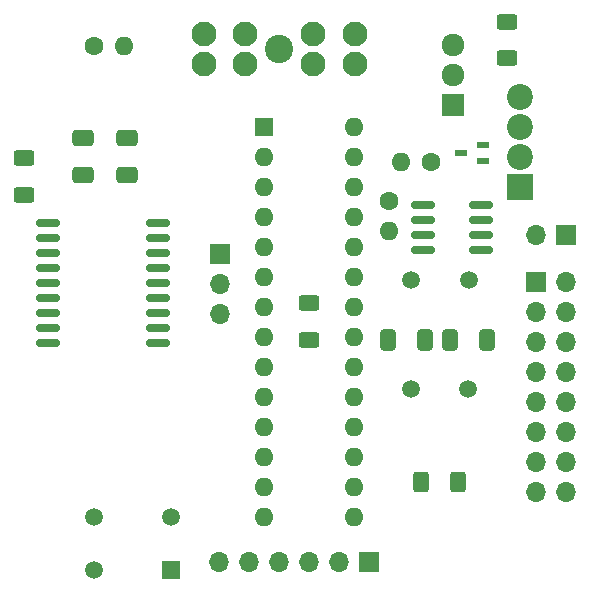
<source format=gbr>
%TF.GenerationSoftware,KiCad,Pcbnew,8.0.1-rc1*%
%TF.CreationDate,2024-04-11T19:34:16-07:00*%
%TF.ProjectId,Automotive Monitoring System CANBus Sensor,4175746f-6d6f-4746-9976-65204d6f6e69,rev?*%
%TF.SameCoordinates,Original*%
%TF.FileFunction,Soldermask,Bot*%
%TF.FilePolarity,Negative*%
%FSLAX46Y46*%
G04 Gerber Fmt 4.6, Leading zero omitted, Abs format (unit mm)*
G04 Created by KiCad (PCBNEW 8.0.1-rc1) date 2024-04-11 19:34:16*
%MOMM*%
%LPD*%
G01*
G04 APERTURE LIST*
G04 Aperture macros list*
%AMRoundRect*
0 Rectangle with rounded corners*
0 $1 Rounding radius*
0 $2 $3 $4 $5 $6 $7 $8 $9 X,Y pos of 4 corners*
0 Add a 4 corners polygon primitive as box body*
4,1,4,$2,$3,$4,$5,$6,$7,$8,$9,$2,$3,0*
0 Add four circle primitives for the rounded corners*
1,1,$1+$1,$2,$3*
1,1,$1+$1,$4,$5*
1,1,$1+$1,$6,$7*
1,1,$1+$1,$8,$9*
0 Add four rect primitives between the rounded corners*
20,1,$1+$1,$2,$3,$4,$5,0*
20,1,$1+$1,$4,$5,$6,$7,0*
20,1,$1+$1,$6,$7,$8,$9,0*
20,1,$1+$1,$8,$9,$2,$3,0*%
G04 Aperture macros list end*
%ADD10R,1.700000X1.700000*%
%ADD11O,1.700000X1.700000*%
%ADD12C,1.600000*%
%ADD13O,1.600000X1.600000*%
%ADD14C,2.400000*%
%ADD15C,2.100000*%
%ADD16R,2.200000X2.200000*%
%ADD17C,2.200000*%
%ADD18R,1.920000X1.920000*%
%ADD19C,1.920000*%
%ADD20C,1.500000*%
%ADD21R,1.500000X1.500000*%
%ADD22R,1.600000X1.600000*%
%ADD23RoundRect,0.250000X-0.412500X-0.650000X0.412500X-0.650000X0.412500X0.650000X-0.412500X0.650000X0*%
%ADD24RoundRect,0.150000X0.875000X0.150000X-0.875000X0.150000X-0.875000X-0.150000X0.875000X-0.150000X0*%
%ADD25RoundRect,0.250000X0.400000X0.625000X-0.400000X0.625000X-0.400000X-0.625000X0.400000X-0.625000X0*%
%ADD26RoundRect,0.250000X-0.650000X0.412500X-0.650000X-0.412500X0.650000X-0.412500X0.650000X0.412500X0*%
%ADD27RoundRect,0.150000X0.825000X0.150000X-0.825000X0.150000X-0.825000X-0.150000X0.825000X-0.150000X0*%
%ADD28RoundRect,0.250000X0.625000X-0.400000X0.625000X0.400000X-0.625000X0.400000X-0.625000X-0.400000X0*%
%ADD29RoundRect,0.250000X-0.625000X0.400000X-0.625000X-0.400000X0.625000X-0.400000X0.625000X0.400000X0*%
%ADD30R,1.000000X0.550000*%
%ADD31RoundRect,0.250000X0.412500X0.650000X-0.412500X0.650000X-0.412500X-0.650000X0.412500X-0.650000X0*%
G04 APERTURE END LIST*
D10*
%TO.C,J6*%
X145670700Y-73750200D03*
D11*
X148210700Y-73750200D03*
X145670700Y-76290200D03*
X148210700Y-76290200D03*
X145670700Y-78830200D03*
X148210700Y-78830200D03*
X145670700Y-81370200D03*
X148210700Y-81370200D03*
X145670700Y-83910200D03*
X148210700Y-83910200D03*
X145670700Y-86450200D03*
X148210700Y-86450200D03*
X145670700Y-88990200D03*
X148210700Y-88990200D03*
X145670700Y-91530200D03*
X148210700Y-91530200D03*
%TD*%
D12*
%TO.C,R4*%
X133212700Y-66876100D03*
D13*
X133212700Y-69416100D03*
%TD*%
D12*
%TO.C,NTC1*%
X108245700Y-53800500D03*
D13*
X110785700Y-53800500D03*
%TD*%
D12*
%TO.C,R6*%
X136841000Y-63583500D03*
D13*
X134301000Y-63583500D03*
%TD*%
D10*
%TO.C,Powerboard1*%
X118946900Y-71348200D03*
D11*
X118946900Y-73888200D03*
X118946900Y-76428200D03*
%TD*%
D10*
%TO.C,J4*%
X148277500Y-69805300D03*
D11*
X145737500Y-69805300D03*
%TD*%
D14*
%TO.C,U2*%
X123954300Y-54040900D03*
D15*
X117554300Y-55290900D03*
X121054300Y-55290900D03*
X126854300Y-55290900D03*
X130354300Y-55290900D03*
X130354300Y-52790900D03*
X126854300Y-52790900D03*
X121054300Y-52790900D03*
X117554300Y-52790900D03*
%TD*%
D16*
%TO.C,J5*%
X144337900Y-65725000D03*
D17*
X144337900Y-63185000D03*
X144337900Y-60645000D03*
X144337900Y-58105000D03*
%TD*%
D18*
%TO.C,Q1*%
X138691700Y-58745000D03*
D19*
X138691700Y-56205000D03*
X138691700Y-53665000D03*
%TD*%
D10*
%TO.C,J2*%
X131583000Y-97472600D03*
D11*
X129043000Y-97472600D03*
X126503000Y-97472600D03*
X123963000Y-97472600D03*
X121423000Y-97472600D03*
X118883000Y-97472600D03*
%TD*%
D20*
%TO.C,Y2*%
X135124800Y-73536500D03*
X140004800Y-73536500D03*
%TD*%
D21*
%TO.C,Reset1*%
X114764200Y-98131600D03*
D20*
X108264200Y-98131600D03*
X114764200Y-93631600D03*
X108264200Y-93631600D03*
%TD*%
%TO.C,Y1*%
X135099900Y-82790900D03*
X139979900Y-82790900D03*
%TD*%
D22*
%TO.C,U1*%
X122659400Y-60606700D03*
D13*
X122659400Y-63146700D03*
X122659400Y-65686700D03*
X122659400Y-68226700D03*
X122659400Y-70766700D03*
X122659400Y-73306700D03*
X122659400Y-75846700D03*
X122659400Y-78386700D03*
X122659400Y-80926700D03*
X122659400Y-83466700D03*
X122659400Y-86006700D03*
X122659400Y-88546700D03*
X122659400Y-91086700D03*
X122659400Y-93626700D03*
X130279400Y-93626700D03*
X130279400Y-91086700D03*
X130279400Y-88546700D03*
X130279400Y-86006700D03*
X130279400Y-83466700D03*
X130279400Y-80926700D03*
X130279400Y-78386700D03*
X130279400Y-75846700D03*
X130279400Y-73306700D03*
X130279400Y-70766700D03*
X130279400Y-68226700D03*
X130279400Y-65686700D03*
X130279400Y-63146700D03*
X130279400Y-60606700D03*
%TD*%
D23*
%TO.C,C2*%
X133194600Y-78621200D03*
X136319600Y-78621200D03*
%TD*%
D24*
%TO.C,U4*%
X113704600Y-68738400D03*
X113704600Y-70008400D03*
X113704600Y-71278400D03*
X113704600Y-72548400D03*
X113704600Y-73818400D03*
X113704600Y-75088400D03*
X113704600Y-76358400D03*
X113704600Y-77628400D03*
X113704600Y-78898400D03*
X104404600Y-78898400D03*
X104404600Y-77628400D03*
X104404600Y-76358400D03*
X104404600Y-75088400D03*
X104404600Y-73818400D03*
X104404600Y-72548400D03*
X104404600Y-71278400D03*
X104404600Y-70008400D03*
X104404600Y-68738400D03*
%TD*%
D25*
%TO.C,R1*%
X139093300Y-90662100D03*
X135993300Y-90662100D03*
%TD*%
D26*
%TO.C,C4*%
X107355700Y-61594400D03*
X107355700Y-64719400D03*
%TD*%
D27*
%TO.C,U3*%
X141050300Y-67195000D03*
X141050300Y-68465000D03*
X141050300Y-69735000D03*
X141050300Y-71005000D03*
X136100300Y-71005000D03*
X136100300Y-69735000D03*
X136100300Y-68465000D03*
X136100300Y-67195000D03*
%TD*%
D28*
%TO.C,R5*%
X102382900Y-66361600D03*
X102382900Y-63261600D03*
%TD*%
%TO.C,R3*%
X126459400Y-78656700D03*
X126459400Y-75556700D03*
%TD*%
D29*
%TO.C,R2*%
X143201100Y-51703000D03*
X143201100Y-54803000D03*
%TD*%
D26*
%TO.C,C5*%
X111102700Y-61520500D03*
X111102700Y-64645500D03*
%TD*%
D30*
%TO.C,D1*%
X141219800Y-62184400D03*
X141219800Y-63484400D03*
X139319800Y-62834400D03*
%TD*%
D31*
%TO.C,C6*%
X141577900Y-78631000D03*
X138452900Y-78631000D03*
%TD*%
M02*

</source>
